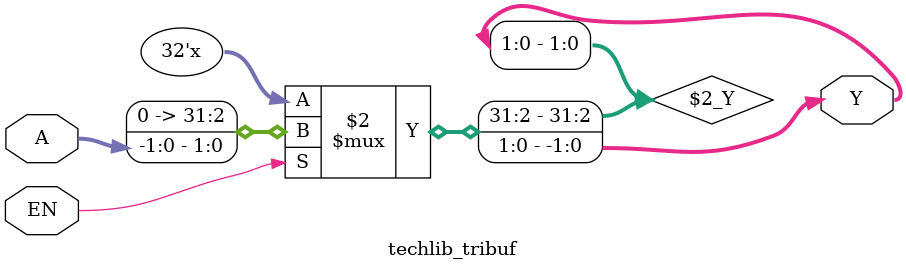
<source format=v>
module techlib_tribuf (A, EN, Y);
parameter WIDTH = 0;
input [WIDTH-1:0] A;
input EN;
output [WIDTH-1:0] Y;
assign Y = EN ? A : 'bz;
endmodule
</source>
